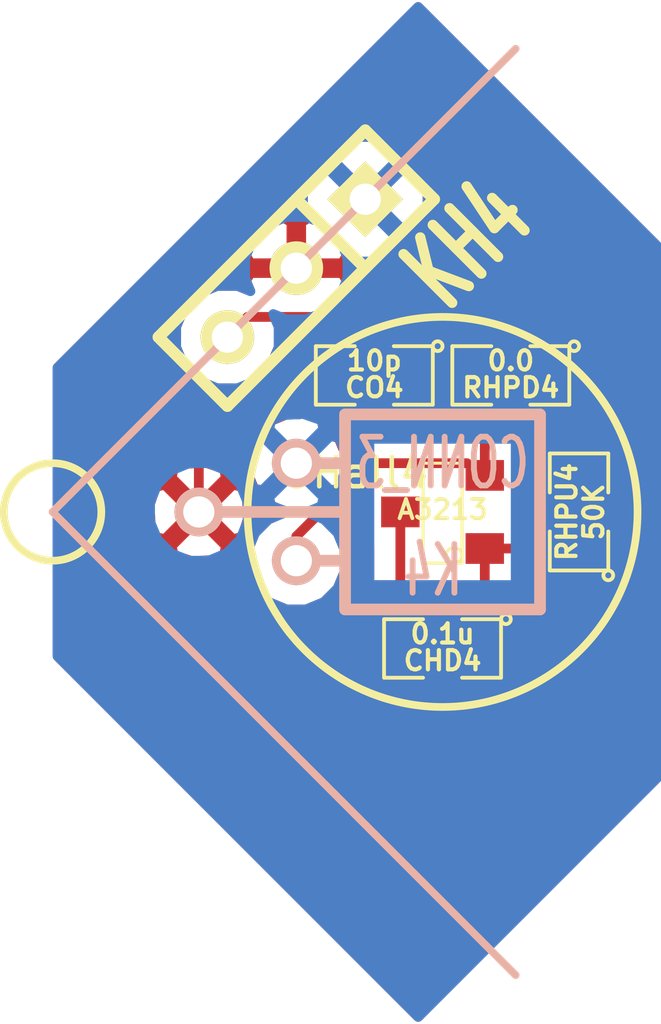
<source format=kicad_pcb>
(kicad_pcb (version 3) (host pcbnew "(2013-mar-25)-stable")

  (general
    (links 13)
    (no_connects 1)
    (area 49.429999 37.465 66.675001 64.135001)
    (thickness 1.6)
    (drawings 4)
    (tracks 26)
    (zones 0)
    (modules 7)
    (nets 5)
  )

  (page USLetter)
  (layers
    (15 F.Cu signal)
    (0 B.Cu signal)
    (16 B.Adhes user)
    (17 F.Adhes user)
    (18 B.Paste user)
    (19 F.Paste user)
    (20 B.SilkS user)
    (21 F.SilkS user)
    (22 B.Mask user)
    (23 F.Mask user)
    (24 Dwgs.User user)
    (25 Cmts.User user)
    (26 Eco1.User user)
    (27 Eco2.User user)
    (28 Edge.Cuts user)
  )

  (setup
    (last_trace_width 0.254)
    (trace_clearance 0.254)
    (zone_clearance 0.508)
    (zone_45_only no)
    (trace_min 0.1524)
    (segment_width 0.2)
    (edge_width 0.15)
    (via_size 0.889)
    (via_drill 0.635)
    (via_min_size 0.889)
    (via_min_drill 0.508)
    (uvia_size 0.508)
    (uvia_drill 0.127)
    (uvias_allowed no)
    (uvia_min_size 0.508)
    (uvia_min_drill 0.127)
    (pcb_text_width 0.3)
    (pcb_text_size 1 1)
    (mod_edge_width 0.15)
    (mod_text_size 1 1)
    (mod_text_width 0.15)
    (pad_size 1 1)
    (pad_drill 0.6)
    (pad_to_mask_clearance 0)
    (aux_axis_origin 50.8 50.8)
    (visible_elements 7FFFFFFF)
    (pcbplotparams
      (layerselection 271613953)
      (usegerberextensions false)
      (excludeedgelayer true)
      (linewidth 0)
      (plotframeref false)
      (viasonmask false)
      (mode 1)
      (useauxorigin false)
      (hpglpennumber 1)
      (hpglpenspeed 20)
      (hpglpendiameter 15)
      (hpglpenoverlay 2)
      (psnegative false)
      (psa4output false)
      (plotreference true)
      (plotvalue true)
      (plotothertext true)
      (plotinvisibletext false)
      (padsonsilk false)
      (subtractmaskfromsilk false)
      (outputformat 3)
      (mirror false)
      (drillshape 0)
      (scaleselection 1)
      (outputdirectory DXF/))
  )

  (net 0 "")
  (net 1 +5V)
  (net 2 /HALL)
  (net 3 /VOUT)
  (net 4 GND)

  (net_class Default "This is the default net class."
    (clearance 0.254)
    (trace_width 0.254)
    (via_dia 0.889)
    (via_drill 0.635)
    (uvia_dia 0.508)
    (uvia_drill 0.127)
    (add_net "")
    (add_net +5V)
    (add_net /HALL)
    (add_net /VOUT)
    (add_net GND)
  )

  (net_class "OSHPark Minimum" ""
    (clearance 0.1524)
    (trace_width 0.1524)
    (via_dia 0.889)
    (via_drill 0.635)
    (uvia_dia 0.508)
    (uvia_drill 0.3302)
  )

  (module SM0805 (layer F.Cu) (tedit 5091495C) (tstamp 524450E6)
    (at 59.182 47.244 180)
    (path /524444A3)
    (attr smd)
    (fp_text reference CO4 (at 0 -0.3175 180) (layer F.SilkS)
      (effects (font (size 0.50038 0.50038) (thickness 0.10922)))
    )
    (fp_text value 10p (at 0 0.381 180) (layer F.SilkS)
      (effects (font (size 0.50038 0.50038) (thickness 0.10922)))
    )
    (fp_circle (center -1.651 0.762) (end -1.651 0.635) (layer F.SilkS) (width 0.09906))
    (fp_line (start -0.508 0.762) (end -1.524 0.762) (layer F.SilkS) (width 0.09906))
    (fp_line (start -1.524 0.762) (end -1.524 -0.762) (layer F.SilkS) (width 0.09906))
    (fp_line (start -1.524 -0.762) (end -0.508 -0.762) (layer F.SilkS) (width 0.09906))
    (fp_line (start 0.508 -0.762) (end 1.524 -0.762) (layer F.SilkS) (width 0.09906))
    (fp_line (start 1.524 -0.762) (end 1.524 0.762) (layer F.SilkS) (width 0.09906))
    (fp_line (start 1.524 0.762) (end 0.508 0.762) (layer F.SilkS) (width 0.09906))
    (pad 1 smd rect (at -0.9525 0 180) (size 0.889 1.397)
      (layers F.Cu F.Paste F.Mask)
      (net 3 /VOUT)
    )
    (pad 2 smd rect (at 0.9525 0 180) (size 0.889 1.397)
      (layers F.Cu F.Paste F.Mask)
      (net 4 GND)
    )
    (model smd/chip_cms.wrl
      (at (xyz 0 0 0))
      (scale (xyz 0.1 0.1 0.1))
      (rotate (xyz 0 0 0))
    )
  )

  (module SM0805 (layer F.Cu) (tedit 5091495C) (tstamp 5244511A)
    (at 62.738 47.244 180)
    (path /52444269)
    (attr smd)
    (fp_text reference RHPD4 (at 0 -0.3175 180) (layer F.SilkS)
      (effects (font (size 0.50038 0.50038) (thickness 0.10922)))
    )
    (fp_text value 0.0 (at 0 0.381 180) (layer F.SilkS)
      (effects (font (size 0.50038 0.50038) (thickness 0.10922)))
    )
    (fp_circle (center -1.651 0.762) (end -1.651 0.635) (layer F.SilkS) (width 0.09906))
    (fp_line (start -0.508 0.762) (end -1.524 0.762) (layer F.SilkS) (width 0.09906))
    (fp_line (start -1.524 0.762) (end -1.524 -0.762) (layer F.SilkS) (width 0.09906))
    (fp_line (start -1.524 -0.762) (end -0.508 -0.762) (layer F.SilkS) (width 0.09906))
    (fp_line (start 0.508 -0.762) (end 1.524 -0.762) (layer F.SilkS) (width 0.09906))
    (fp_line (start 1.524 -0.762) (end 1.524 0.762) (layer F.SilkS) (width 0.09906))
    (fp_line (start 1.524 0.762) (end 0.508 0.762) (layer F.SilkS) (width 0.09906))
    (pad 1 smd rect (at -0.9525 0 180) (size 0.889 1.397)
      (layers F.Cu F.Paste F.Mask)
      (net 3 /VOUT)
    )
    (pad 2 smd rect (at 0.9525 0 180) (size 0.889 1.397)
      (layers F.Cu F.Paste F.Mask)
      (net 2 /HALL)
    )
    (model smd/chip_cms.wrl
      (at (xyz 0 0 0))
      (scale (xyz 0.1 0.1 0.1))
      (rotate (xyz 0 0 0))
    )
  )

  (module SM0805 (layer F.Cu) (tedit 5091495C) (tstamp 5244514E)
    (at 64.516 50.8 90)
    (path /524440E7)
    (attr smd)
    (fp_text reference RHPU4 (at 0 -0.3175 90) (layer F.SilkS)
      (effects (font (size 0.50038 0.50038) (thickness 0.10922)))
    )
    (fp_text value 50K (at 0 0.381 90) (layer F.SilkS)
      (effects (font (size 0.50038 0.50038) (thickness 0.10922)))
    )
    (fp_circle (center -1.651 0.762) (end -1.651 0.635) (layer F.SilkS) (width 0.09906))
    (fp_line (start -0.508 0.762) (end -1.524 0.762) (layer F.SilkS) (width 0.09906))
    (fp_line (start -1.524 0.762) (end -1.524 -0.762) (layer F.SilkS) (width 0.09906))
    (fp_line (start -1.524 -0.762) (end -0.508 -0.762) (layer F.SilkS) (width 0.09906))
    (fp_line (start 0.508 -0.762) (end 1.524 -0.762) (layer F.SilkS) (width 0.09906))
    (fp_line (start 1.524 -0.762) (end 1.524 0.762) (layer F.SilkS) (width 0.09906))
    (fp_line (start 1.524 0.762) (end 0.508 0.762) (layer F.SilkS) (width 0.09906))
    (pad 1 smd rect (at -0.9525 0 90) (size 0.889 1.397)
      (layers F.Cu F.Paste F.Mask)
      (net 1 +5V)
    )
    (pad 2 smd rect (at 0.9525 0 90) (size 0.889 1.397)
      (layers F.Cu F.Paste F.Mask)
      (net 3 /VOUT)
    )
    (model smd/chip_cms.wrl
      (at (xyz 0 0 0))
      (scale (xyz 0.1 0.1 0.1))
      (rotate (xyz 0 0 0))
    )
  )

  (module SOT23-SPECIAL (layer F.Cu) (tedit 52448C6B) (tstamp 52445055)
    (at 60.96 50.8 90)
    (descr "SZOT23 with PIN 2 and 3 swapped, for Diodes")
    (tags SOT23)
    (path /5244347B)
    (attr smd)
    (fp_text reference UHall4 (at 1.016 -2.286 180) (layer F.SilkS)
      (effects (font (size 0.762 0.762) (thickness 0.11938)))
    )
    (fp_text value A3213 (at 0.0635 0 180) (layer F.SilkS)
      (effects (font (size 0.50038 0.50038) (thickness 0.09906)))
    )
    (fp_circle (center -1.12522 0.29972) (end -1.12522 0.50038) (layer F.SilkS) (width 0.07874))
    (fp_line (start 1.27 -0.508) (end 1.27 0.508) (layer F.SilkS) (width 0.07874))
    (fp_line (start -1.3335 -0.508) (end -1.3335 0.508) (layer F.SilkS) (width 0.07874))
    (fp_line (start 1.27 0.508) (end -1.3335 0.508) (layer F.SilkS) (width 0.07874))
    (fp_line (start -1.3335 -0.508) (end 1.27 -0.508) (layer F.SilkS) (width 0.07874))
    (pad 2 smd rect (at 0 -1.09982 90) (size 0.8001 1.00076)
      (layers F.Cu F.Paste F.Mask)
      (net 4 GND)
    )
    (pad 3 smd rect (at 0.9525 1.09982 90) (size 0.8001 1.00076)
      (layers F.Cu F.Paste F.Mask)
      (net 2 /HALL)
    )
    (pad 1 smd rect (at -0.9525 1.09982 90) (size 0.8001 1.00076)
      (layers F.Cu F.Paste F.Mask)
      (net 1 +5V)
    )
    (model smd\SOT23_3.wrl
      (at (xyz 0 0 0))
      (scale (xyz 0.4 0.4 0.4))
      (rotate (xyz 0 0 180))
    )
  )

  (module SIL-3 (layer F.Cu) (tedit 5244E312) (tstamp 5244DDEE)
    (at 57.15 44.45 225)
    (descr "Connecteur 3 pins")
    (tags "CONN DEV")
    (path /5244802B)
    (fp_text reference KH4 (at -3.592102 -2.694077 225) (layer F.SilkS)
      (effects (font (size 1.7907 1.07696) (thickness 0.3048)))
    )
    (fp_text value CONN_3 (at 0 -2.54 225) (layer F.SilkS) hide
      (effects (font (size 1.524 1.016) (thickness 0.3048)))
    )
    (fp_line (start -3.81 1.27) (end -3.81 -1.27) (layer F.SilkS) (width 0.3048))
    (fp_line (start -3.81 -1.27) (end 3.81 -1.27) (layer F.SilkS) (width 0.3048))
    (fp_line (start 3.81 -1.27) (end 3.81 1.27) (layer F.SilkS) (width 0.3048))
    (fp_line (start 3.81 1.27) (end -3.81 1.27) (layer F.SilkS) (width 0.3048))
    (fp_line (start -1.27 -1.27) (end -1.27 1.27) (layer F.SilkS) (width 0.3048))
    (pad 1 thru_hole rect (at -2.54 0 225) (size 1.397 1.397) (drill 0.8128)
      (layers *.Cu *.Mask F.SilkS)
      (net 1 +5V)
    )
    (pad 2 thru_hole circle (at 0 0 225) (size 1.397 1.397) (drill 0.8128)
      (layers *.Cu *.Mask F.SilkS)
      (net 4 GND)
    )
    (pad 3 thru_hole circle (at 2.54 0 225) (size 1.397 1.397) (drill 0.8128)
      (layers *.Cu *.Mask F.SilkS)
      (net 3 /VOUT)
    )
  )

  (module SM0805 (layer F.Cu) (tedit 5091495C) (tstamp 5244508E)
    (at 60.96 54.356 180)
    (path /52443F3E)
    (attr smd)
    (fp_text reference CHD4 (at 0 -0.3175 180) (layer F.SilkS)
      (effects (font (size 0.50038 0.50038) (thickness 0.10922)))
    )
    (fp_text value 0.1u (at 0 0.381 180) (layer F.SilkS)
      (effects (font (size 0.50038 0.50038) (thickness 0.10922)))
    )
    (fp_circle (center -1.651 0.762) (end -1.651 0.635) (layer F.SilkS) (width 0.09906))
    (fp_line (start -0.508 0.762) (end -1.524 0.762) (layer F.SilkS) (width 0.09906))
    (fp_line (start -1.524 0.762) (end -1.524 -0.762) (layer F.SilkS) (width 0.09906))
    (fp_line (start -1.524 -0.762) (end -0.508 -0.762) (layer F.SilkS) (width 0.09906))
    (fp_line (start 0.508 -0.762) (end 1.524 -0.762) (layer F.SilkS) (width 0.09906))
    (fp_line (start 1.524 -0.762) (end 1.524 0.762) (layer F.SilkS) (width 0.09906))
    (fp_line (start 1.524 0.762) (end 0.508 0.762) (layer F.SilkS) (width 0.09906))
    (pad 1 smd rect (at -0.9525 0 180) (size 0.889 1.397)
      (layers F.Cu F.Paste F.Mask)
      (net 1 +5V)
    )
    (pad 2 smd rect (at 0.9525 0 180) (size 0.889 1.397)
      (layers F.Cu F.Paste F.Mask)
      (net 4 GND)
    )
    (model smd/chip_cms.wrl
      (at (xyz 0 0 0))
      (scale (xyz 0.1 0.1 0.1))
      (rotate (xyz 0 0 0))
    )
  )

  (module TO92H (layer B.Cu) (tedit 52448F4C) (tstamp 52448EC4)
    (at 55.88 50.8)
    (path /52449005)
    (fp_text reference K4 (at 4.826 1.524) (layer B.SilkS)
      (effects (font (size 1.27 0.762) (thickness 0.1524)) (justify mirror))
    )
    (fp_text value CONN_3 (at 5.08 -1.27) (layer B.SilkS)
      (effects (font (size 1.27 0.762) (thickness 0.1524)) (justify mirror))
    )
    (fp_line (start 2.54 2.54) (end 7.62 2.54) (layer B.SilkS) (width 0.3048))
    (fp_line (start 7.62 2.54) (end 7.62 -2.54) (layer B.SilkS) (width 0.3048))
    (fp_line (start 7.62 -2.54) (end 2.54 -2.54) (layer B.SilkS) (width 0.3048))
    (fp_line (start 2.54 -2.54) (end 2.54 2.54) (layer B.SilkS) (width 0.3048))
    (fp_line (start 1.27 1.27) (end 2.54 1.27) (layer B.SilkS) (width 0.3048))
    (fp_line (start -1.27 0) (end 2.54 0) (layer B.SilkS) (width 0.3048))
    (fp_line (start 1.27 -1.27) (end 2.54 -1.27) (layer B.SilkS) (width 0.3048))
    (pad 2 thru_hole circle (at -1.27 0) (size 1.27 1.27) (drill 0.8128)
      (layers *.Cu *.Mask B.SilkS)
      (net 4 GND)
    )
    (pad 1 thru_hole circle (at 1.27 -1.27) (size 1.27 1.27) (drill 0.8128)
      (layers *.Cu *.Mask B.SilkS)
      (net 1 +5V)
    )
    (pad 3 thru_hole circle (at 1.27 1.27) (size 1.27 1.27) (drill 0.8128)
      (layers *.Cu *.Mask B.SilkS)
      (net 2 /HALL)
    )
  )

  (gr_line (start 50.8 50.8) (end 62.865 62.865) (angle 90) (layer B.SilkS) (width 0.2))
  (gr_line (start 50.8 50.8) (end 62.865 38.735) (angle 90) (layer B.SilkS) (width 0.2))
  (gr_circle (center 60.96 50.8) (end 66.04 50.8) (layer F.SilkS) (width 0.2))
  (gr_circle (center 50.8 50.8) (end 52.07 50.8) (layer F.SilkS) (width 0.2))

  (segment (start 61.9125 54.356) (end 61.9125 55.979602) (width 0.254) (layer F.Cu) (net 1))
  (segment (start 61.9125 55.979602) (end 58.946051 58.946051) (width 0.254) (layer F.Cu) (net 1) (tstamp 5244E5E5))
  (segment (start 62.05982 51.7525) (end 62.05982 54.20868) (width 0.254) (layer F.Cu) (net 1))
  (segment (start 62.05982 54.20868) (end 61.9125 54.356) (width 0.254) (layer F.Cu) (net 1) (tstamp 5244E575))
  (segment (start 62.05982 51.7525) (end 64.516 51.7525) (width 0.254) (layer F.Cu) (net 1))
  (segment (start 57.15 52.07) (end 57.15 51.435) (width 0.254) (layer F.Cu) (net 2))
  (segment (start 61.595 49.53) (end 62.05982 49.8475) (width 0.254) (layer F.Cu) (net 2) (tstamp 5244E566))
  (segment (start 59.055 49.53) (end 61.595 49.53) (width 0.254) (layer F.Cu) (net 2) (tstamp 5244E55E))
  (segment (start 57.15 51.435) (end 59.055 49.53) (width 0.254) (layer F.Cu) (net 2) (tstamp 5244E551))
  (segment (start 62.05982 49.8475) (end 62.05982 47.51832) (width 0.254) (layer F.Cu) (net 2))
  (segment (start 62.05982 47.51832) (end 61.7855 47.244) (width 0.254) (layer F.Cu) (net 2) (tstamp 5244E548))
  (segment (start 64.516 49.8475) (end 64.516 48.0695) (width 0.254) (layer F.Cu) (net 3))
  (segment (start 64.516 48.0695) (end 63.6905 47.244) (width 0.254) (layer F.Cu) (net 3) (tstamp 5244EB93))
  (segment (start 60.1345 47.244) (end 60.1345 45.72) (width 0.254) (layer F.Cu) (net 3))
  (segment (start 60.1345 45.72) (end 60.325 45.72) (width 0.254) (layer F.Cu) (net 3) (tstamp 5244E524))
  (segment (start 55.88 45.72) (end 55.353949 46.246051) (width 0.254) (layer F.Cu) (net 3) (tstamp 5244E51C))
  (segment (start 62.1665 45.72) (end 60.325 45.72) (width 0.254) (layer F.Cu) (net 3) (tstamp 5244E502))
  (segment (start 60.325 45.72) (end 55.88 45.72) (width 0.254) (layer F.Cu) (net 3) (tstamp 5244E52B))
  (segment (start 64.516 48.0695) (end 62.1665 45.72) (width 0.254) (layer F.Cu) (net 3) (tstamp 5244E4FF))
  (segment (start 60.0075 54.356) (end 59.944 54.356) (width 0.254) (layer F.Cu) (net 4))
  (segment (start 59.944 54.356) (end 57.15 57.15) (width 0.254) (layer F.Cu) (net 4) (tstamp 5244E62C))
  (segment (start 58.2295 47.244) (end 56.261 47.244) (width 0.254) (layer F.Cu) (net 4))
  (segment (start 56.261 47.244) (end 54.61 48.895) (width 0.254) (layer F.Cu) (net 4) (tstamp 5244E5A3))
  (segment (start 54.61 48.895) (end 54.61 50.8) (width 0.254) (layer F.Cu) (net 4) (tstamp 5244E5AD))
  (segment (start 59.86018 50.8) (end 59.86018 54.20868) (width 0.254) (layer F.Cu) (net 4))
  (segment (start 59.86018 54.20868) (end 60.0075 54.356) (width 0.254) (layer F.Cu) (net 4) (tstamp 5244E58B))

  (zone (net 0) (net_name "") (layer F.Cu) (tstamp 52458F0A) (hatch edge 0.508)
    (connect_pads (clearance 0.508))
    (min_thickness 0.254)
    (keepout (tracks allowed) (vias allowed) (copperpour not_allowed))
    (fill (arc_segments 16) (thermal_gap 0.508) (thermal_bridge_width 0.508))
    (polygon
      (pts
        (xy 62.738 52.578) (xy 59.182 52.578) (xy 59.182 49.022) (xy 62.738 49.022)
      )
    )
  )
  (zone (net 0) (net_name "") (layer B.Cu) (tstamp 52458F1C) (hatch edge 0.508)
    (connect_pads (clearance 0.508))
    (min_thickness 0.254)
    (keepout (tracks allowed) (vias allowed) (copperpour not_allowed))
    (fill (arc_segments 16) (thermal_gap 0.508) (thermal_bridge_width 0.508))
    (polygon
      (pts
        (xy 62.738 52.578) (xy 59.182 52.578) (xy 59.182 49.022) (xy 62.738 49.022)
      )
    )
  )
  (zone (net 4) (net_name GND) (layer F.Cu) (tstamp 52463AFE) (hatch edge 0.508)
    (connect_pads (clearance 0.508))
    (min_thickness 0.254)
    (fill (arc_segments 16) (thermal_gap 0.508) (thermal_bridge_width 0.508))
    (polygon
      (pts
        (xy 66.675 57.785) (xy 62.23 62.23) (xy 60.325 64.135) (xy 50.8 54.61) (xy 50.8 50.8)
        (xy 50.8 47.625) (xy 50.8 46.99) (xy 60.325 37.465) (xy 62.23 39.37) (xy 66.675 43.815)
        (xy 66.675 57.785)
      )
    )
    (filled_polygon
      (pts
        (xy 66.548 57.732395) (xy 65.84961 58.430784) (xy 65.84961 52.071245) (xy 65.84961 51.182245) (xy 65.753141 50.948771)
        (xy 65.604526 50.799897) (xy 65.752513 50.652168) (xy 65.849389 50.418864) (xy 65.84961 50.166245) (xy 65.84961 49.277245)
        (xy 65.753141 49.043771) (xy 65.574668 48.864987) (xy 65.341364 48.768111) (xy 65.278 48.768055) (xy 65.278 48.0695)
        (xy 65.277999 48.069499) (xy 65.219996 47.777895) (xy 65.054815 47.530685) (xy 65.054815 47.530684) (xy 64.77011 47.245979)
        (xy 64.77011 46.419745) (xy 64.673641 46.186271) (xy 64.495168 46.007487) (xy 64.261864 45.910611) (xy 64.009245 45.91039)
        (xy 63.43452 45.91039) (xy 62.705315 45.181185) (xy 62.458105 45.016004) (xy 62.1665 44.958) (xy 60.568989 44.958)
        (xy 60.568989 42.528194) (xy 60.47252 42.294721) (xy 60.294048 42.115936) (xy 59.306219 41.128108) (xy 59.072914 41.031231)
        (xy 58.820296 41.031011) (xy 58.586823 41.12748) (xy 58.408038 41.305952) (xy 57.42021 42.293781) (xy 57.323333 42.527086)
        (xy 57.323113 42.779704) (xy 57.419582 43.013177) (xy 57.575604 43.169473) (xy 57.487198 43.132854) (xy 57.277 43.255861)
        (xy 57.277 44.143392) (xy 57.164141 44.256251) (xy 57.343749 44.435859) (xy 57.456608 44.323) (xy 58.344139 44.323)
        (xy 58.467146 44.112802) (xy 58.419506 44.013413) (xy 58.585883 44.17979) (xy 58.819188 44.276667) (xy 59.071806 44.276887)
        (xy 59.305279 44.180418) (xy 59.484064 44.001946) (xy 60.471892 43.014117) (xy 60.568769 42.780812) (xy 60.568989 42.528194)
        (xy 60.568989 44.958) (xy 60.325 44.958) (xy 60.1345 44.958) (xy 58.396397 44.958) (xy 58.467146 44.787198)
        (xy 58.344139 44.577) (xy 57.456608 44.577) (xy 57.343749 44.464141) (xy 57.164141 44.643749) (xy 57.277 44.756608)
        (xy 57.277 44.958) (xy 57.023 44.958) (xy 57.023 44.756608) (xy 57.135859 44.643749) (xy 57.023 44.53089)
        (xy 57.023 44.323) (xy 57.023 43.255861) (xy 56.812802 43.132854) (xy 56.33442 43.362156) (xy 55.980202 43.757072)
        (xy 55.832854 44.112802) (xy 55.955861 44.323) (xy 57.023 44.323) (xy 57.023 44.53089) (xy 56.956251 44.464141)
        (xy 56.843392 44.577) (xy 55.955861 44.577) (xy 55.832854 44.787198) (xy 55.914724 44.958) (xy 55.88 44.958)
        (xy 55.778079 44.978273) (xy 55.778078 44.978273) (xy 55.620362 44.912784) (xy 55.089863 44.912321) (xy 54.599569 45.114906)
        (xy 54.224123 45.489698) (xy 54.020682 45.979638) (xy 54.020219 46.510137) (xy 54.222804 47.000431) (xy 54.597596 47.375877)
        (xy 55.087536 47.579318) (xy 55.618035 47.579781) (xy 56.108329 47.377196) (xy 56.483775 47.002404) (xy 56.687216 46.512464)
        (xy 56.687242 46.482) (xy 57.150055 46.482) (xy 57.14989 46.671255) (xy 57.15 46.95825) (xy 57.30875 47.117)
        (xy 58.1025 47.117) (xy 58.1025 47.097) (xy 58.3565 47.097) (xy 58.3565 47.117) (xy 58.3765 47.117)
        (xy 58.3765 47.371) (xy 58.3565 47.371) (xy 58.3565 48.41875) (xy 58.51525 48.5775) (xy 58.799755 48.57761)
        (xy 59.033229 48.481141) (xy 59.182102 48.332526) (xy 59.329832 48.480513) (xy 59.563136 48.577389) (xy 59.815755 48.57761)
        (xy 60.704755 48.57761) (xy 60.938229 48.481141) (xy 60.959881 48.459526) (xy 60.980832 48.480513) (xy 61.214136 48.577389)
        (xy 61.29782 48.577462) (xy 61.29782 48.768) (xy 59.055 48.768) (xy 58.763395 48.826004) (xy 58.516184 48.991185)
        (xy 58.364274 49.143094) (xy 58.227281 48.811543) (xy 57.968719 48.55253) (xy 58.1025 48.41875) (xy 58.1025 47.371)
        (xy 57.30875 47.371) (xy 57.15 47.52975) (xy 57.14989 47.816745) (xy 57.150111 48.069364) (xy 57.229298 48.260069)
        (xy 56.89849 48.259781) (xy 56.431543 48.452719) (xy 56.073975 48.809664) (xy 55.880222 49.276273) (xy 55.879781 49.78151)
        (xy 56.072719 50.248457) (xy 56.429664 50.606025) (xy 56.762951 50.744418) (xy 56.611185 50.896185) (xy 56.590594 50.927)
        (xy 56.431543 50.992719) (xy 56.073975 51.349664) (xy 55.892679 51.786273) (xy 55.892679 50.977335) (xy 55.862904 50.472976)
        (xy 55.727178 50.145304) (xy 55.498132 50.091473) (xy 55.318527 50.271078) (xy 55.318527 49.911868) (xy 55.264696 49.682822)
        (xy 54.787335 49.517321) (xy 54.282976 49.547096) (xy 53.955304 49.682822) (xy 53.901473 49.911868) (xy 54.61 50.620395)
        (xy 55.318527 49.911868) (xy 55.318527 50.271078) (xy 54.789605 50.8) (xy 55.498132 51.508527) (xy 55.727178 51.454696)
        (xy 55.892679 50.977335) (xy 55.892679 51.786273) (xy 55.880222 51.816273) (xy 55.879781 52.32151) (xy 56.072719 52.788457)
        (xy 56.429664 53.146025) (xy 56.896273 53.339778) (xy 57.40151 53.340219) (xy 57.868457 53.147281) (xy 58.226025 52.790336)
        (xy 58.419778 52.323727) (xy 58.420219 51.81849) (xy 58.251784 51.410845) (xy 58.735627 50.927002) (xy 58.883548 50.927002)
        (xy 58.7248 51.08575) (xy 58.72469 51.325805) (xy 58.821159 51.559279) (xy 58.999632 51.738063) (xy 59.055 51.761053)
        (xy 59.055 52.705) (xy 61.23404 52.705) (xy 61.29782 52.731483) (xy 61.29782 53.040745) (xy 61.108771 53.118859)
        (xy 60.96 53.267371) (xy 60.811229 53.118859) (xy 60.577755 53.02239) (xy 60.29325 53.0225) (xy 60.1345 53.18125)
        (xy 60.1345 54.229) (xy 60.1545 54.229) (xy 60.1545 54.483) (xy 60.1345 54.483) (xy 60.1345 55.53075)
        (xy 60.29325 55.6895) (xy 60.577755 55.68961) (xy 60.811229 55.593141) (xy 60.960102 55.444526) (xy 61.107832 55.592513)
        (xy 61.1505 55.61023) (xy 61.1505 55.663971) (xy 59.8805 56.933971) (xy 59.8805 55.53075) (xy 59.8805 54.483)
        (xy 59.8805 54.229) (xy 59.8805 53.18125) (xy 59.72175 53.0225) (xy 59.437245 53.02239) (xy 59.203771 53.118859)
        (xy 59.024987 53.297332) (xy 58.928111 53.530636) (xy 58.92789 53.783255) (xy 58.928 54.07025) (xy 59.08675 54.229)
        (xy 59.8805 54.229) (xy 59.8805 54.483) (xy 59.08675 54.483) (xy 58.928 54.64175) (xy 58.92789 54.928745)
        (xy 58.928111 55.181364) (xy 59.024987 55.414668) (xy 59.203771 55.593141) (xy 59.437245 55.68961) (xy 59.72175 55.6895)
        (xy 59.8805 55.53075) (xy 59.8805 56.933971) (xy 58.407236 58.407236) (xy 58.242055 58.654447) (xy 58.184052 58.946051)
        (xy 58.242055 59.237655) (xy 58.407236 59.484866) (xy 58.654447 59.650047) (xy 58.946051 59.70805) (xy 59.237655 59.650047)
        (xy 59.484866 59.484866) (xy 62.451315 56.518418) (xy 62.451315 56.518417) (xy 62.616496 56.271207) (xy 62.674499 55.979602)
        (xy 62.6745 55.979602) (xy 62.6745 55.610382) (xy 62.716229 55.593141) (xy 62.895013 55.414668) (xy 62.991889 55.181364)
        (xy 62.99211 54.928745) (xy 62.99211 53.531745) (xy 62.895641 53.298271) (xy 62.82182 53.224321) (xy 62.82182 52.731522)
        (xy 62.919429 52.691191) (xy 63.096427 52.5145) (xy 63.261617 52.5145) (xy 63.278859 52.556229) (xy 63.457332 52.735013)
        (xy 63.690636 52.831889) (xy 63.943255 52.83211) (xy 65.340255 52.83211) (xy 65.573729 52.735641) (xy 65.752513 52.557168)
        (xy 65.849389 52.323864) (xy 65.84961 52.071245) (xy 65.84961 58.430784) (xy 62.140197 62.140197) (xy 60.325 63.955395)
        (xy 55.318527 58.948922) (xy 55.318527 51.688132) (xy 54.61 50.979605) (xy 54.430395 51.15921) (xy 54.430395 50.8)
        (xy 53.721868 50.091473) (xy 53.492822 50.145304) (xy 53.327321 50.622665) (xy 53.357096 51.127024) (xy 53.492822 51.454696)
        (xy 53.721868 51.508527) (xy 54.430395 50.8) (xy 54.430395 51.15921) (xy 53.901473 51.688132) (xy 53.955304 51.917178)
        (xy 54.432665 52.082679) (xy 54.937024 52.052904) (xy 55.264696 51.917178) (xy 55.318527 51.688132) (xy 55.318527 58.948922)
        (xy 50.927 54.557395) (xy 50.927 50.8) (xy 50.927 47.625) (xy 50.927 47.042605) (xy 60.325 37.644605)
        (xy 62.140197 39.459803) (xy 66.548 43.867605) (xy 66.548 57.732395)
      )
    )
  )
  (zone (net 1) (net_name +5V) (layer B.Cu) (tstamp 52463B11) (hatch edge 0.508)
    (connect_pads (clearance 0.508))
    (min_thickness 0.254)
    (fill (arc_segments 16) (thermal_gap 0.508) (thermal_bridge_width 0.508))
    (polygon
      (pts
        (xy 66.675 57.785) (xy 62.23 62.23) (xy 60.325 64.135) (xy 50.8 54.61) (xy 50.8 53.975)
        (xy 50.8 50.8) (xy 50.8 46.99) (xy 60.325 37.465) (xy 62.23 39.37) (xy 66.675 43.815)
        (xy 66.675 57.785)
      )
    )
    (filled_polygon
      (pts
        (xy 66.548 57.732395) (xy 62.865 61.415394) (xy 62.865 52.705) (xy 62.865 48.895) (xy 60.568989 48.895)
        (xy 60.568989 42.528194) (xy 60.47252 42.294721) (xy 60.294048 42.115936) (xy 60.091034 41.913078) (xy 59.866527 41.913078)
        (xy 59.686922 42.092683) (xy 59.686922 41.733473) (xy 59.686922 41.508966) (xy 59.484064 41.305952) (xy 59.305279 41.12748)
        (xy 59.071806 41.031011) (xy 58.819188 41.031231) (xy 58.585883 41.128108) (xy 58.20518 41.508966) (xy 58.20518 41.733473)
        (xy 58.946051 42.474344) (xy 59.686922 41.733473) (xy 59.686922 42.092683) (xy 59.125656 42.653949) (xy 59.866527 43.39482)
        (xy 60.091034 43.39482) (xy 60.471892 43.014117) (xy 60.568769 42.780812) (xy 60.568989 42.528194) (xy 60.568989 48.895)
        (xy 59.686922 48.895) (xy 59.686922 43.798932) (xy 59.686922 43.574425) (xy 58.946051 42.833554) (xy 58.931908 42.847696)
        (xy 58.752303 42.668091) (xy 58.766446 42.653949) (xy 58.025575 41.913078) (xy 57.801068 41.913078) (xy 57.42021 42.293781)
        (xy 57.323333 42.527086) (xy 57.323113 42.779704) (xy 57.419582 43.013177) (xy 57.598054 43.191962) (xy 57.598387 43.192295)
        (xy 57.416413 43.116733) (xy 56.885914 43.11627) (xy 56.39562 43.318855) (xy 56.020174 43.693647) (xy 55.816733 44.183587)
        (xy 55.81627 44.714086) (xy 55.955947 45.052131) (xy 55.620362 44.912784) (xy 55.089863 44.912321) (xy 54.599569 45.114906)
        (xy 54.224123 45.489698) (xy 54.020682 45.979638) (xy 54.020219 46.510137) (xy 54.222804 47.000431) (xy 54.597596 47.375877)
        (xy 55.087536 47.579318) (xy 55.618035 47.579781) (xy 56.108329 47.377196) (xy 56.483775 47.002404) (xy 56.687216 46.512464)
        (xy 56.687679 45.981965) (xy 56.548001 45.643919) (xy 56.883587 45.783267) (xy 57.414086 45.78373) (xy 57.90438 45.581145)
        (xy 58.279826 45.206353) (xy 58.483267 44.716413) (xy 58.48373 44.185914) (xy 58.407489 44.001396) (xy 58.408038 44.001946)
        (xy 58.586823 44.180418) (xy 58.820296 44.276887) (xy 59.072914 44.276667) (xy 59.306219 44.17979) (xy 59.686922 43.798932)
        (xy 59.686922 48.895) (xy 59.055 48.895) (xy 59.055 52.705) (xy 62.865 52.705) (xy 62.865 61.415394)
        (xy 62.140197 62.140197) (xy 60.325 63.955395) (xy 58.432679 62.063074) (xy 58.432679 49.707335) (xy 58.402904 49.202976)
        (xy 58.267178 48.875304) (xy 58.038132 48.821473) (xy 57.858527 49.001078) (xy 57.858527 48.641868) (xy 57.804696 48.412822)
        (xy 57.327335 48.247321) (xy 56.822976 48.277096) (xy 56.495304 48.412822) (xy 56.441473 48.641868) (xy 57.15 49.350395)
        (xy 57.858527 48.641868) (xy 57.858527 49.001078) (xy 57.329605 49.53) (xy 58.038132 50.238527) (xy 58.267178 50.184696)
        (xy 58.432679 49.707335) (xy 58.432679 62.063074) (xy 58.420219 62.050614) (xy 58.420219 51.81849) (xy 58.227281 51.351543)
        (xy 57.870336 50.993975) (xy 57.403727 50.800222) (xy 57.18688 50.800032) (xy 57.477024 50.782904) (xy 57.804696 50.647178)
        (xy 57.858527 50.418132) (xy 57.15 49.709605) (xy 56.970395 49.88921) (xy 56.970395 49.53) (xy 56.261868 48.821473)
        (xy 56.032822 48.875304) (xy 55.867321 49.352665) (xy 55.897096 49.857024) (xy 56.032822 50.184696) (xy 56.261868 50.238527)
        (xy 56.970395 49.53) (xy 56.970395 49.88921) (xy 56.441473 50.418132) (xy 56.495304 50.647178) (xy 56.935556 50.799813)
        (xy 56.89849 50.799781) (xy 56.431543 50.992719) (xy 56.073975 51.349664) (xy 55.880222 51.816273) (xy 55.880219 51.819709)
        (xy 55.880219 50.54849) (xy 55.687281 50.081543) (xy 55.330336 49.723975) (xy 54.863727 49.530222) (xy 54.35849 49.529781)
        (xy 53.891543 49.722719) (xy 53.533975 50.079664) (xy 53.340222 50.546273) (xy 53.339781 51.05151) (xy 53.532719 51.518457)
        (xy 53.889664 51.876025) (xy 54.356273 52.069778) (xy 54.86151 52.070219) (xy 55.328457 51.877281) (xy 55.686025 51.520336)
        (xy 55.879778 51.053727) (xy 55.880219 50.54849) (xy 55.880219 51.819709) (xy 55.879781 52.32151) (xy 56.072719 52.788457)
        (xy 56.429664 53.146025) (xy 56.896273 53.339778) (xy 57.40151 53.340219) (xy 57.868457 53.147281) (xy 58.226025 52.790336)
        (xy 58.419778 52.323727) (xy 58.420219 51.81849) (xy 58.420219 62.050614) (xy 50.927 54.557395) (xy 50.927 53.975)
        (xy 50.927 50.8) (xy 50.927 47.042605) (xy 60.325 37.644605) (xy 62.140197 39.459803) (xy 66.548 43.867605)
        (xy 66.548 57.732395)
      )
    )
  )
)

</source>
